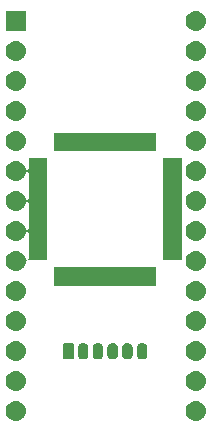
<source format=gbr>
G04 #@! TF.GenerationSoftware,KiCad,Pcbnew,(5.1.4)-1*
G04 #@! TF.CreationDate,2020-02-29T18:51:57+01:00*
G04 #@! TF.ProjectId,PLA_C64,504c415f-4336-4342-9e6b-696361645f70,rev?*
G04 #@! TF.SameCoordinates,Original*
G04 #@! TF.FileFunction,Soldermask,Top*
G04 #@! TF.FilePolarity,Negative*
%FSLAX46Y46*%
G04 Gerber Fmt 4.6, Leading zero omitted, Abs format (unit mm)*
G04 Created by KiCad (PCBNEW (5.1.4)-1) date 2020-02-29 18:51:57*
%MOMM*%
%LPD*%
G04 APERTURE LIST*
%ADD10C,0.100000*%
G04 APERTURE END LIST*
D10*
G36*
X32119123Y-48809913D02*
G01*
X32279542Y-48858576D01*
X32412206Y-48929486D01*
X32427378Y-48937596D01*
X32556959Y-49043941D01*
X32663304Y-49173522D01*
X32663305Y-49173524D01*
X32742324Y-49321358D01*
X32790987Y-49481777D01*
X32807417Y-49648600D01*
X32790987Y-49815423D01*
X32742324Y-49975842D01*
X32671414Y-50108506D01*
X32663304Y-50123678D01*
X32556959Y-50253259D01*
X32427378Y-50359604D01*
X32427376Y-50359605D01*
X32279542Y-50438624D01*
X32119123Y-50487287D01*
X31994104Y-50499600D01*
X31910496Y-50499600D01*
X31785477Y-50487287D01*
X31625058Y-50438624D01*
X31477224Y-50359605D01*
X31477222Y-50359604D01*
X31347641Y-50253259D01*
X31241296Y-50123678D01*
X31233186Y-50108506D01*
X31162276Y-49975842D01*
X31113613Y-49815423D01*
X31097183Y-49648600D01*
X31113613Y-49481777D01*
X31162276Y-49321358D01*
X31241295Y-49173524D01*
X31241296Y-49173522D01*
X31347641Y-49043941D01*
X31477222Y-48937596D01*
X31492394Y-48929486D01*
X31625058Y-48858576D01*
X31785477Y-48809913D01*
X31910496Y-48797600D01*
X31994104Y-48797600D01*
X32119123Y-48809913D01*
X32119123Y-48809913D01*
G37*
G36*
X16879123Y-48809913D02*
G01*
X17039542Y-48858576D01*
X17172206Y-48929486D01*
X17187378Y-48937596D01*
X17316959Y-49043941D01*
X17423304Y-49173522D01*
X17423305Y-49173524D01*
X17502324Y-49321358D01*
X17550987Y-49481777D01*
X17567417Y-49648600D01*
X17550987Y-49815423D01*
X17502324Y-49975842D01*
X17431414Y-50108506D01*
X17423304Y-50123678D01*
X17316959Y-50253259D01*
X17187378Y-50359604D01*
X17187376Y-50359605D01*
X17039542Y-50438624D01*
X16879123Y-50487287D01*
X16754104Y-50499600D01*
X16670496Y-50499600D01*
X16545477Y-50487287D01*
X16385058Y-50438624D01*
X16237224Y-50359605D01*
X16237222Y-50359604D01*
X16107641Y-50253259D01*
X16001296Y-50123678D01*
X15993186Y-50108506D01*
X15922276Y-49975842D01*
X15873613Y-49815423D01*
X15857183Y-49648600D01*
X15873613Y-49481777D01*
X15922276Y-49321358D01*
X16001295Y-49173524D01*
X16001296Y-49173522D01*
X16107641Y-49043941D01*
X16237222Y-48937596D01*
X16252394Y-48929486D01*
X16385058Y-48858576D01*
X16545477Y-48809913D01*
X16670496Y-48797600D01*
X16754104Y-48797600D01*
X16879123Y-48809913D01*
X16879123Y-48809913D01*
G37*
G36*
X16879123Y-46269913D02*
G01*
X17039542Y-46318576D01*
X17172206Y-46389486D01*
X17187378Y-46397596D01*
X17316959Y-46503941D01*
X17423304Y-46633522D01*
X17423305Y-46633524D01*
X17502324Y-46781358D01*
X17550987Y-46941777D01*
X17567417Y-47108600D01*
X17550987Y-47275423D01*
X17502324Y-47435842D01*
X17431414Y-47568506D01*
X17423304Y-47583678D01*
X17316959Y-47713259D01*
X17187378Y-47819604D01*
X17187376Y-47819605D01*
X17039542Y-47898624D01*
X16879123Y-47947287D01*
X16754104Y-47959600D01*
X16670496Y-47959600D01*
X16545477Y-47947287D01*
X16385058Y-47898624D01*
X16237224Y-47819605D01*
X16237222Y-47819604D01*
X16107641Y-47713259D01*
X16001296Y-47583678D01*
X15993186Y-47568506D01*
X15922276Y-47435842D01*
X15873613Y-47275423D01*
X15857183Y-47108600D01*
X15873613Y-46941777D01*
X15922276Y-46781358D01*
X16001295Y-46633524D01*
X16001296Y-46633522D01*
X16107641Y-46503941D01*
X16237222Y-46397596D01*
X16252394Y-46389486D01*
X16385058Y-46318576D01*
X16545477Y-46269913D01*
X16670496Y-46257600D01*
X16754104Y-46257600D01*
X16879123Y-46269913D01*
X16879123Y-46269913D01*
G37*
G36*
X32119123Y-46269913D02*
G01*
X32279542Y-46318576D01*
X32412206Y-46389486D01*
X32427378Y-46397596D01*
X32556959Y-46503941D01*
X32663304Y-46633522D01*
X32663305Y-46633524D01*
X32742324Y-46781358D01*
X32790987Y-46941777D01*
X32807417Y-47108600D01*
X32790987Y-47275423D01*
X32742324Y-47435842D01*
X32671414Y-47568506D01*
X32663304Y-47583678D01*
X32556959Y-47713259D01*
X32427378Y-47819604D01*
X32427376Y-47819605D01*
X32279542Y-47898624D01*
X32119123Y-47947287D01*
X31994104Y-47959600D01*
X31910496Y-47959600D01*
X31785477Y-47947287D01*
X31625058Y-47898624D01*
X31477224Y-47819605D01*
X31477222Y-47819604D01*
X31347641Y-47713259D01*
X31241296Y-47583678D01*
X31233186Y-47568506D01*
X31162276Y-47435842D01*
X31113613Y-47275423D01*
X31097183Y-47108600D01*
X31113613Y-46941777D01*
X31162276Y-46781358D01*
X31241295Y-46633524D01*
X31241296Y-46633522D01*
X31347641Y-46503941D01*
X31477222Y-46397596D01*
X31492394Y-46389486D01*
X31625058Y-46318576D01*
X31785477Y-46269913D01*
X31910496Y-46257600D01*
X31994104Y-46257600D01*
X32119123Y-46269913D01*
X32119123Y-46269913D01*
G37*
G36*
X32119123Y-43729913D02*
G01*
X32279542Y-43778576D01*
X32412206Y-43849486D01*
X32427378Y-43857596D01*
X32556959Y-43963941D01*
X32663304Y-44093522D01*
X32663305Y-44093524D01*
X32742324Y-44241358D01*
X32790987Y-44401777D01*
X32807417Y-44568600D01*
X32790987Y-44735423D01*
X32742324Y-44895842D01*
X32687759Y-44997925D01*
X32663304Y-45043678D01*
X32556959Y-45173259D01*
X32427378Y-45279604D01*
X32427376Y-45279605D01*
X32279542Y-45358624D01*
X32119123Y-45407287D01*
X31994104Y-45419600D01*
X31910496Y-45419600D01*
X31785477Y-45407287D01*
X31625058Y-45358624D01*
X31477224Y-45279605D01*
X31477222Y-45279604D01*
X31347641Y-45173259D01*
X31241296Y-45043678D01*
X31216841Y-44997925D01*
X31162276Y-44895842D01*
X31113613Y-44735423D01*
X31097183Y-44568600D01*
X31113613Y-44401777D01*
X31162276Y-44241358D01*
X31241295Y-44093524D01*
X31241296Y-44093522D01*
X31347641Y-43963941D01*
X31477222Y-43857596D01*
X31492394Y-43849486D01*
X31625058Y-43778576D01*
X31785477Y-43729913D01*
X31910496Y-43717600D01*
X31994104Y-43717600D01*
X32119123Y-43729913D01*
X32119123Y-43729913D01*
G37*
G36*
X16879123Y-43729913D02*
G01*
X17039542Y-43778576D01*
X17172206Y-43849486D01*
X17187378Y-43857596D01*
X17316959Y-43963941D01*
X17423304Y-44093522D01*
X17423305Y-44093524D01*
X17502324Y-44241358D01*
X17550987Y-44401777D01*
X17567417Y-44568600D01*
X17550987Y-44735423D01*
X17502324Y-44895842D01*
X17447759Y-44997925D01*
X17423304Y-45043678D01*
X17316959Y-45173259D01*
X17187378Y-45279604D01*
X17187376Y-45279605D01*
X17039542Y-45358624D01*
X16879123Y-45407287D01*
X16754104Y-45419600D01*
X16670496Y-45419600D01*
X16545477Y-45407287D01*
X16385058Y-45358624D01*
X16237224Y-45279605D01*
X16237222Y-45279604D01*
X16107641Y-45173259D01*
X16001296Y-45043678D01*
X15976841Y-44997925D01*
X15922276Y-44895842D01*
X15873613Y-44735423D01*
X15857183Y-44568600D01*
X15873613Y-44401777D01*
X15922276Y-44241358D01*
X16001295Y-44093524D01*
X16001296Y-44093522D01*
X16107641Y-43963941D01*
X16237222Y-43857596D01*
X16252394Y-43849486D01*
X16385058Y-43778576D01*
X16545477Y-43729913D01*
X16670496Y-43717600D01*
X16754104Y-43717600D01*
X16879123Y-43729913D01*
X16879123Y-43729913D01*
G37*
G36*
X22504209Y-43880025D02*
G01*
X22589225Y-43905814D01*
X22667574Y-43947693D01*
X22736249Y-44004052D01*
X22792607Y-44072725D01*
X22834486Y-44151074D01*
X22860275Y-44236090D01*
X22866800Y-44302342D01*
X22866800Y-44846658D01*
X22860275Y-44912910D01*
X22834486Y-44997926D01*
X22792607Y-45076275D01*
X22736249Y-45144949D01*
X22667575Y-45201307D01*
X22589226Y-45243186D01*
X22504210Y-45268975D01*
X22415800Y-45277682D01*
X22327391Y-45268975D01*
X22242375Y-45243186D01*
X22164026Y-45201307D01*
X22095352Y-45144949D01*
X22038995Y-45076276D01*
X21997113Y-44997923D01*
X21971325Y-44912910D01*
X21964800Y-44846658D01*
X21964800Y-44302343D01*
X21971325Y-44236091D01*
X21997114Y-44151075D01*
X22038993Y-44072726D01*
X22095352Y-44004051D01*
X22164025Y-43947693D01*
X22242374Y-43905814D01*
X22327390Y-43880025D01*
X22415800Y-43871318D01*
X22504209Y-43880025D01*
X22504209Y-43880025D01*
G37*
G36*
X25004209Y-43880025D02*
G01*
X25089225Y-43905814D01*
X25167574Y-43947693D01*
X25236249Y-44004052D01*
X25292607Y-44072725D01*
X25334486Y-44151074D01*
X25360275Y-44236090D01*
X25366800Y-44302342D01*
X25366800Y-44846658D01*
X25360275Y-44912910D01*
X25334486Y-44997926D01*
X25292607Y-45076275D01*
X25236249Y-45144949D01*
X25167575Y-45201307D01*
X25089226Y-45243186D01*
X25004210Y-45268975D01*
X24915800Y-45277682D01*
X24827391Y-45268975D01*
X24742375Y-45243186D01*
X24664026Y-45201307D01*
X24595352Y-45144949D01*
X24538995Y-45076276D01*
X24497113Y-44997923D01*
X24471325Y-44912910D01*
X24464800Y-44846658D01*
X24464800Y-44302343D01*
X24471325Y-44236091D01*
X24497114Y-44151075D01*
X24538993Y-44072726D01*
X24595352Y-44004051D01*
X24664025Y-43947693D01*
X24742374Y-43905814D01*
X24827390Y-43880025D01*
X24915800Y-43871318D01*
X25004209Y-43880025D01*
X25004209Y-43880025D01*
G37*
G36*
X26254209Y-43880025D02*
G01*
X26339225Y-43905814D01*
X26417574Y-43947693D01*
X26486249Y-44004052D01*
X26542607Y-44072725D01*
X26584486Y-44151074D01*
X26610275Y-44236090D01*
X26616800Y-44302342D01*
X26616800Y-44846658D01*
X26610275Y-44912910D01*
X26584486Y-44997926D01*
X26542607Y-45076275D01*
X26486249Y-45144949D01*
X26417575Y-45201307D01*
X26339226Y-45243186D01*
X26254210Y-45268975D01*
X26165800Y-45277682D01*
X26077391Y-45268975D01*
X25992375Y-45243186D01*
X25914026Y-45201307D01*
X25845352Y-45144949D01*
X25788995Y-45076276D01*
X25747113Y-44997923D01*
X25721325Y-44912910D01*
X25714800Y-44846658D01*
X25714800Y-44302343D01*
X25721325Y-44236091D01*
X25747114Y-44151075D01*
X25788993Y-44072726D01*
X25845352Y-44004051D01*
X25914025Y-43947693D01*
X25992374Y-43905814D01*
X26077390Y-43880025D01*
X26165800Y-43871318D01*
X26254209Y-43880025D01*
X26254209Y-43880025D01*
G37*
G36*
X27504209Y-43880025D02*
G01*
X27589225Y-43905814D01*
X27667574Y-43947693D01*
X27736249Y-44004052D01*
X27792607Y-44072725D01*
X27834486Y-44151074D01*
X27860275Y-44236090D01*
X27866800Y-44302342D01*
X27866800Y-44846658D01*
X27860275Y-44912910D01*
X27834486Y-44997926D01*
X27792607Y-45076275D01*
X27736249Y-45144949D01*
X27667575Y-45201307D01*
X27589226Y-45243186D01*
X27504210Y-45268975D01*
X27415800Y-45277682D01*
X27327391Y-45268975D01*
X27242375Y-45243186D01*
X27164026Y-45201307D01*
X27095352Y-45144949D01*
X27038995Y-45076276D01*
X26997113Y-44997923D01*
X26971325Y-44912910D01*
X26964800Y-44846658D01*
X26964800Y-44302343D01*
X26971325Y-44236091D01*
X26997114Y-44151075D01*
X27038993Y-44072726D01*
X27095352Y-44004051D01*
X27164025Y-43947693D01*
X27242374Y-43905814D01*
X27327390Y-43880025D01*
X27415800Y-43871318D01*
X27504209Y-43880025D01*
X27504209Y-43880025D01*
G37*
G36*
X23754209Y-43880025D02*
G01*
X23839225Y-43905814D01*
X23917574Y-43947693D01*
X23986249Y-44004052D01*
X24042607Y-44072725D01*
X24084486Y-44151074D01*
X24110275Y-44236090D01*
X24116800Y-44302342D01*
X24116800Y-44846658D01*
X24110275Y-44912910D01*
X24084486Y-44997926D01*
X24042607Y-45076275D01*
X23986249Y-45144949D01*
X23917575Y-45201307D01*
X23839226Y-45243186D01*
X23754210Y-45268975D01*
X23665800Y-45277682D01*
X23577391Y-45268975D01*
X23492375Y-45243186D01*
X23414026Y-45201307D01*
X23345352Y-45144949D01*
X23288995Y-45076276D01*
X23247113Y-44997923D01*
X23221325Y-44912910D01*
X23214800Y-44846658D01*
X23214800Y-44302343D01*
X23221325Y-44236091D01*
X23247114Y-44151075D01*
X23288993Y-44072726D01*
X23345352Y-44004051D01*
X23414025Y-43947693D01*
X23492374Y-43905814D01*
X23577390Y-43880025D01*
X23665800Y-43871318D01*
X23754209Y-43880025D01*
X23754209Y-43880025D01*
G37*
G36*
X21485483Y-43877225D02*
G01*
X21515943Y-43886466D01*
X21544023Y-43901474D01*
X21568631Y-43921669D01*
X21588826Y-43946277D01*
X21603834Y-43974357D01*
X21613075Y-44004817D01*
X21616800Y-44042640D01*
X21616800Y-45106360D01*
X21613075Y-45144183D01*
X21603834Y-45174643D01*
X21588826Y-45202723D01*
X21568631Y-45227331D01*
X21544023Y-45247526D01*
X21515943Y-45262534D01*
X21485483Y-45271775D01*
X21447660Y-45275500D01*
X20883940Y-45275500D01*
X20846117Y-45271775D01*
X20815657Y-45262534D01*
X20787577Y-45247526D01*
X20762969Y-45227331D01*
X20742774Y-45202723D01*
X20727766Y-45174643D01*
X20718525Y-45144183D01*
X20714800Y-45106360D01*
X20714800Y-44042640D01*
X20718525Y-44004817D01*
X20727766Y-43974357D01*
X20742774Y-43946277D01*
X20762969Y-43921669D01*
X20787577Y-43901474D01*
X20815657Y-43886466D01*
X20846117Y-43877225D01*
X20883940Y-43873500D01*
X21447660Y-43873500D01*
X21485483Y-43877225D01*
X21485483Y-43877225D01*
G37*
G36*
X32119123Y-41189913D02*
G01*
X32279542Y-41238576D01*
X32412206Y-41309486D01*
X32427378Y-41317596D01*
X32556959Y-41423941D01*
X32663304Y-41553522D01*
X32663305Y-41553524D01*
X32742324Y-41701358D01*
X32790987Y-41861777D01*
X32807417Y-42028600D01*
X32790987Y-42195423D01*
X32742324Y-42355842D01*
X32671414Y-42488506D01*
X32663304Y-42503678D01*
X32556959Y-42633259D01*
X32427378Y-42739604D01*
X32427376Y-42739605D01*
X32279542Y-42818624D01*
X32119123Y-42867287D01*
X31994104Y-42879600D01*
X31910496Y-42879600D01*
X31785477Y-42867287D01*
X31625058Y-42818624D01*
X31477224Y-42739605D01*
X31477222Y-42739604D01*
X31347641Y-42633259D01*
X31241296Y-42503678D01*
X31233186Y-42488506D01*
X31162276Y-42355842D01*
X31113613Y-42195423D01*
X31097183Y-42028600D01*
X31113613Y-41861777D01*
X31162276Y-41701358D01*
X31241295Y-41553524D01*
X31241296Y-41553522D01*
X31347641Y-41423941D01*
X31477222Y-41317596D01*
X31492394Y-41309486D01*
X31625058Y-41238576D01*
X31785477Y-41189913D01*
X31910496Y-41177600D01*
X31994104Y-41177600D01*
X32119123Y-41189913D01*
X32119123Y-41189913D01*
G37*
G36*
X16879123Y-41189913D02*
G01*
X17039542Y-41238576D01*
X17172206Y-41309486D01*
X17187378Y-41317596D01*
X17316959Y-41423941D01*
X17423304Y-41553522D01*
X17423305Y-41553524D01*
X17502324Y-41701358D01*
X17550987Y-41861777D01*
X17567417Y-42028600D01*
X17550987Y-42195423D01*
X17502324Y-42355842D01*
X17431414Y-42488506D01*
X17423304Y-42503678D01*
X17316959Y-42633259D01*
X17187378Y-42739604D01*
X17187376Y-42739605D01*
X17039542Y-42818624D01*
X16879123Y-42867287D01*
X16754104Y-42879600D01*
X16670496Y-42879600D01*
X16545477Y-42867287D01*
X16385058Y-42818624D01*
X16237224Y-42739605D01*
X16237222Y-42739604D01*
X16107641Y-42633259D01*
X16001296Y-42503678D01*
X15993186Y-42488506D01*
X15922276Y-42355842D01*
X15873613Y-42195423D01*
X15857183Y-42028600D01*
X15873613Y-41861777D01*
X15922276Y-41701358D01*
X16001295Y-41553524D01*
X16001296Y-41553522D01*
X16107641Y-41423941D01*
X16237222Y-41317596D01*
X16252394Y-41309486D01*
X16385058Y-41238576D01*
X16545477Y-41189913D01*
X16670496Y-41177600D01*
X16754104Y-41177600D01*
X16879123Y-41189913D01*
X16879123Y-41189913D01*
G37*
G36*
X16879123Y-38649913D02*
G01*
X17039542Y-38698576D01*
X17172206Y-38769486D01*
X17187378Y-38777596D01*
X17316959Y-38883941D01*
X17423304Y-39013522D01*
X17423305Y-39013524D01*
X17502324Y-39161358D01*
X17550987Y-39321777D01*
X17567417Y-39488600D01*
X17550987Y-39655423D01*
X17502324Y-39815842D01*
X17431414Y-39948506D01*
X17423304Y-39963678D01*
X17316959Y-40093259D01*
X17187378Y-40199604D01*
X17187376Y-40199605D01*
X17039542Y-40278624D01*
X16879123Y-40327287D01*
X16754104Y-40339600D01*
X16670496Y-40339600D01*
X16545477Y-40327287D01*
X16385058Y-40278624D01*
X16237224Y-40199605D01*
X16237222Y-40199604D01*
X16107641Y-40093259D01*
X16001296Y-39963678D01*
X15993186Y-39948506D01*
X15922276Y-39815842D01*
X15873613Y-39655423D01*
X15857183Y-39488600D01*
X15873613Y-39321777D01*
X15922276Y-39161358D01*
X16001295Y-39013524D01*
X16001296Y-39013522D01*
X16107641Y-38883941D01*
X16237222Y-38777596D01*
X16252394Y-38769486D01*
X16385058Y-38698576D01*
X16545477Y-38649913D01*
X16670496Y-38637600D01*
X16754104Y-38637600D01*
X16879123Y-38649913D01*
X16879123Y-38649913D01*
G37*
G36*
X32119123Y-38649913D02*
G01*
X32279542Y-38698576D01*
X32412206Y-38769486D01*
X32427378Y-38777596D01*
X32556959Y-38883941D01*
X32663304Y-39013522D01*
X32663305Y-39013524D01*
X32742324Y-39161358D01*
X32790987Y-39321777D01*
X32807417Y-39488600D01*
X32790987Y-39655423D01*
X32742324Y-39815842D01*
X32671414Y-39948506D01*
X32663304Y-39963678D01*
X32556959Y-40093259D01*
X32427378Y-40199604D01*
X32427376Y-40199605D01*
X32279542Y-40278624D01*
X32119123Y-40327287D01*
X31994104Y-40339600D01*
X31910496Y-40339600D01*
X31785477Y-40327287D01*
X31625058Y-40278624D01*
X31477224Y-40199605D01*
X31477222Y-40199604D01*
X31347641Y-40093259D01*
X31241296Y-39963678D01*
X31233186Y-39948506D01*
X31162276Y-39815842D01*
X31113613Y-39655423D01*
X31097183Y-39488600D01*
X31113613Y-39321777D01*
X31162276Y-39161358D01*
X31241295Y-39013524D01*
X31241296Y-39013522D01*
X31347641Y-38883941D01*
X31477222Y-38777596D01*
X31492394Y-38769486D01*
X31625058Y-38698576D01*
X31785477Y-38649913D01*
X31910496Y-38637600D01*
X31994104Y-38637600D01*
X32119123Y-38649913D01*
X32119123Y-38649913D01*
G37*
G36*
X28622100Y-39068900D02*
G01*
X19970100Y-39068900D01*
X19970100Y-37466900D01*
X28622100Y-37466900D01*
X28622100Y-39068900D01*
X28622100Y-39068900D01*
G37*
G36*
X19397100Y-36893900D02*
G01*
X17686097Y-36893900D01*
X17661711Y-36896302D01*
X17638262Y-36903415D01*
X17616651Y-36914966D01*
X17597709Y-36930511D01*
X17582164Y-36949453D01*
X17570613Y-36971064D01*
X17563500Y-36994513D01*
X17561700Y-37006647D01*
X17550987Y-37115423D01*
X17502324Y-37275842D01*
X17431414Y-37408506D01*
X17423304Y-37423678D01*
X17316959Y-37553259D01*
X17187378Y-37659604D01*
X17187376Y-37659605D01*
X17039542Y-37738624D01*
X16879123Y-37787287D01*
X16754104Y-37799600D01*
X16670496Y-37799600D01*
X16545477Y-37787287D01*
X16385058Y-37738624D01*
X16237224Y-37659605D01*
X16237222Y-37659604D01*
X16107641Y-37553259D01*
X16001296Y-37423678D01*
X15993186Y-37408506D01*
X15922276Y-37275842D01*
X15873613Y-37115423D01*
X15857183Y-36948600D01*
X15873613Y-36781777D01*
X15922276Y-36621358D01*
X16001295Y-36473524D01*
X16001296Y-36473522D01*
X16107641Y-36343941D01*
X16237222Y-36237596D01*
X16252394Y-36229486D01*
X16385058Y-36158576D01*
X16545477Y-36109913D01*
X16670496Y-36097600D01*
X16754104Y-36097600D01*
X16879123Y-36109913D01*
X17039542Y-36158576D01*
X17172206Y-36229486D01*
X17187378Y-36237596D01*
X17316959Y-36343941D01*
X17423304Y-36473522D01*
X17423305Y-36473524D01*
X17502324Y-36621358D01*
X17550484Y-36780119D01*
X17559862Y-36802758D01*
X17573476Y-36823133D01*
X17590803Y-36840460D01*
X17611177Y-36854073D01*
X17633816Y-36863451D01*
X17657849Y-36868231D01*
X17682353Y-36868231D01*
X17706386Y-36863451D01*
X17729025Y-36854073D01*
X17749400Y-36840459D01*
X17766727Y-36823132D01*
X17780340Y-36802758D01*
X17789718Y-36780119D01*
X17795100Y-36743834D01*
X17795100Y-34613366D01*
X17792698Y-34588980D01*
X17785585Y-34565531D01*
X17774034Y-34543920D01*
X17758489Y-34524978D01*
X17739547Y-34509433D01*
X17717936Y-34497882D01*
X17694487Y-34490769D01*
X17670101Y-34488367D01*
X17645715Y-34490769D01*
X17622266Y-34497882D01*
X17600655Y-34509433D01*
X17581713Y-34524978D01*
X17566168Y-34543920D01*
X17550484Y-34577081D01*
X17502324Y-34735842D01*
X17431414Y-34868506D01*
X17423304Y-34883678D01*
X17316959Y-35013259D01*
X17187378Y-35119604D01*
X17187376Y-35119605D01*
X17039542Y-35198624D01*
X16879123Y-35247287D01*
X16754104Y-35259600D01*
X16670496Y-35259600D01*
X16545477Y-35247287D01*
X16385058Y-35198624D01*
X16237224Y-35119605D01*
X16237222Y-35119604D01*
X16107641Y-35013259D01*
X16001296Y-34883678D01*
X15993186Y-34868506D01*
X15922276Y-34735842D01*
X15873613Y-34575423D01*
X15857183Y-34408600D01*
X15873613Y-34241777D01*
X15922276Y-34081358D01*
X16001295Y-33933524D01*
X16001296Y-33933522D01*
X16107641Y-33803941D01*
X16237222Y-33697596D01*
X16252394Y-33689486D01*
X16385058Y-33618576D01*
X16545477Y-33569913D01*
X16670496Y-33557600D01*
X16754104Y-33557600D01*
X16879123Y-33569913D01*
X17039542Y-33618576D01*
X17172206Y-33689486D01*
X17187378Y-33697596D01*
X17316959Y-33803941D01*
X17423304Y-33933522D01*
X17423305Y-33933524D01*
X17502324Y-34081358D01*
X17550484Y-34240119D01*
X17559862Y-34262758D01*
X17573476Y-34283133D01*
X17590803Y-34300460D01*
X17611177Y-34314073D01*
X17633816Y-34323451D01*
X17657849Y-34328231D01*
X17682353Y-34328231D01*
X17706386Y-34323451D01*
X17729025Y-34314073D01*
X17749400Y-34300459D01*
X17766727Y-34283132D01*
X17780340Y-34262758D01*
X17789718Y-34240119D01*
X17795100Y-34203834D01*
X17795100Y-32073366D01*
X17792698Y-32048980D01*
X17785585Y-32025531D01*
X17774034Y-32003920D01*
X17758489Y-31984978D01*
X17739547Y-31969433D01*
X17717936Y-31957882D01*
X17694487Y-31950769D01*
X17670101Y-31948367D01*
X17645715Y-31950769D01*
X17622266Y-31957882D01*
X17600655Y-31969433D01*
X17581713Y-31984978D01*
X17566168Y-32003920D01*
X17550484Y-32037081D01*
X17502324Y-32195842D01*
X17477705Y-32241900D01*
X17423304Y-32343678D01*
X17316959Y-32473259D01*
X17187378Y-32579604D01*
X17187376Y-32579605D01*
X17039542Y-32658624D01*
X16879123Y-32707287D01*
X16754104Y-32719600D01*
X16670496Y-32719600D01*
X16545477Y-32707287D01*
X16385058Y-32658624D01*
X16237224Y-32579605D01*
X16237222Y-32579604D01*
X16107641Y-32473259D01*
X16001296Y-32343678D01*
X15946895Y-32241900D01*
X15922276Y-32195842D01*
X15873613Y-32035423D01*
X15857183Y-31868600D01*
X15873613Y-31701777D01*
X15922276Y-31541358D01*
X16001295Y-31393524D01*
X16001296Y-31393522D01*
X16107641Y-31263941D01*
X16237222Y-31157596D01*
X16252394Y-31149486D01*
X16385058Y-31078576D01*
X16545477Y-31029913D01*
X16670496Y-31017600D01*
X16754104Y-31017600D01*
X16879123Y-31029913D01*
X17039542Y-31078576D01*
X17172206Y-31149486D01*
X17187378Y-31157596D01*
X17316959Y-31263941D01*
X17423304Y-31393522D01*
X17423305Y-31393524D01*
X17502324Y-31541358D01*
X17550484Y-31700119D01*
X17559862Y-31722758D01*
X17573476Y-31743133D01*
X17590803Y-31760460D01*
X17611177Y-31774073D01*
X17633816Y-31783451D01*
X17657849Y-31788231D01*
X17682353Y-31788231D01*
X17706386Y-31783451D01*
X17729025Y-31774073D01*
X17749400Y-31760459D01*
X17766727Y-31743132D01*
X17780340Y-31722758D01*
X17789718Y-31700119D01*
X17795100Y-31663834D01*
X17795100Y-29533366D01*
X17792698Y-29508980D01*
X17785585Y-29485531D01*
X17774034Y-29463920D01*
X17758489Y-29444978D01*
X17739547Y-29429433D01*
X17717936Y-29417882D01*
X17694487Y-29410769D01*
X17670101Y-29408367D01*
X17645715Y-29410769D01*
X17622266Y-29417882D01*
X17600655Y-29429433D01*
X17581713Y-29444978D01*
X17566168Y-29463920D01*
X17550484Y-29497081D01*
X17502324Y-29655842D01*
X17431414Y-29788506D01*
X17423304Y-29803678D01*
X17316959Y-29933259D01*
X17187378Y-30039604D01*
X17187376Y-30039605D01*
X17039542Y-30118624D01*
X16879123Y-30167287D01*
X16754104Y-30179600D01*
X16670496Y-30179600D01*
X16545477Y-30167287D01*
X16385058Y-30118624D01*
X16237224Y-30039605D01*
X16237222Y-30039604D01*
X16107641Y-29933259D01*
X16001296Y-29803678D01*
X15993186Y-29788506D01*
X15922276Y-29655842D01*
X15873613Y-29495423D01*
X15857183Y-29328600D01*
X15873613Y-29161777D01*
X15922276Y-29001358D01*
X16001295Y-28853524D01*
X16001296Y-28853522D01*
X16107641Y-28723941D01*
X16237222Y-28617596D01*
X16252394Y-28609486D01*
X16385058Y-28538576D01*
X16545477Y-28489913D01*
X16670496Y-28477600D01*
X16754104Y-28477600D01*
X16879123Y-28489913D01*
X17039542Y-28538576D01*
X17172206Y-28609486D01*
X17187378Y-28617596D01*
X17316959Y-28723941D01*
X17423304Y-28853522D01*
X17423305Y-28853524D01*
X17502324Y-29001358D01*
X17550484Y-29160119D01*
X17559862Y-29182758D01*
X17573476Y-29203133D01*
X17590803Y-29220460D01*
X17611177Y-29234073D01*
X17633816Y-29243451D01*
X17657849Y-29248231D01*
X17682353Y-29248231D01*
X17706386Y-29243451D01*
X17729025Y-29234073D01*
X17749400Y-29220459D01*
X17766727Y-29203132D01*
X17780340Y-29182758D01*
X17789718Y-29160119D01*
X17795100Y-29123834D01*
X17795100Y-28241900D01*
X19397100Y-28241900D01*
X19397100Y-36893900D01*
X19397100Y-36893900D01*
G37*
G36*
X32119123Y-36109913D02*
G01*
X32279542Y-36158576D01*
X32412206Y-36229486D01*
X32427378Y-36237596D01*
X32556959Y-36343941D01*
X32663304Y-36473522D01*
X32663305Y-36473524D01*
X32742324Y-36621358D01*
X32790987Y-36781777D01*
X32807417Y-36948600D01*
X32790987Y-37115423D01*
X32742324Y-37275842D01*
X32671414Y-37408506D01*
X32663304Y-37423678D01*
X32556959Y-37553259D01*
X32427378Y-37659604D01*
X32427376Y-37659605D01*
X32279542Y-37738624D01*
X32119123Y-37787287D01*
X31994104Y-37799600D01*
X31910496Y-37799600D01*
X31785477Y-37787287D01*
X31625058Y-37738624D01*
X31477224Y-37659605D01*
X31477222Y-37659604D01*
X31347641Y-37553259D01*
X31241296Y-37423678D01*
X31233186Y-37408506D01*
X31162276Y-37275842D01*
X31113613Y-37115423D01*
X31097183Y-36948600D01*
X31113613Y-36781777D01*
X31162276Y-36621358D01*
X31241295Y-36473524D01*
X31241296Y-36473522D01*
X31347641Y-36343941D01*
X31477222Y-36237596D01*
X31492394Y-36229486D01*
X31625058Y-36158576D01*
X31785477Y-36109913D01*
X31910496Y-36097600D01*
X31994104Y-36097600D01*
X32119123Y-36109913D01*
X32119123Y-36109913D01*
G37*
G36*
X30797100Y-36893900D02*
G01*
X29195100Y-36893900D01*
X29195100Y-28241900D01*
X30797100Y-28241900D01*
X30797100Y-36893900D01*
X30797100Y-36893900D01*
G37*
G36*
X32119123Y-33569913D02*
G01*
X32279542Y-33618576D01*
X32412206Y-33689486D01*
X32427378Y-33697596D01*
X32556959Y-33803941D01*
X32663304Y-33933522D01*
X32663305Y-33933524D01*
X32742324Y-34081358D01*
X32790987Y-34241777D01*
X32807417Y-34408600D01*
X32790987Y-34575423D01*
X32742324Y-34735842D01*
X32671414Y-34868506D01*
X32663304Y-34883678D01*
X32556959Y-35013259D01*
X32427378Y-35119604D01*
X32427376Y-35119605D01*
X32279542Y-35198624D01*
X32119123Y-35247287D01*
X31994104Y-35259600D01*
X31910496Y-35259600D01*
X31785477Y-35247287D01*
X31625058Y-35198624D01*
X31477224Y-35119605D01*
X31477222Y-35119604D01*
X31347641Y-35013259D01*
X31241296Y-34883678D01*
X31233186Y-34868506D01*
X31162276Y-34735842D01*
X31113613Y-34575423D01*
X31097183Y-34408600D01*
X31113613Y-34241777D01*
X31162276Y-34081358D01*
X31241295Y-33933524D01*
X31241296Y-33933522D01*
X31347641Y-33803941D01*
X31477222Y-33697596D01*
X31492394Y-33689486D01*
X31625058Y-33618576D01*
X31785477Y-33569913D01*
X31910496Y-33557600D01*
X31994104Y-33557600D01*
X32119123Y-33569913D01*
X32119123Y-33569913D01*
G37*
G36*
X32119123Y-31029913D02*
G01*
X32279542Y-31078576D01*
X32412206Y-31149486D01*
X32427378Y-31157596D01*
X32556959Y-31263941D01*
X32663304Y-31393522D01*
X32663305Y-31393524D01*
X32742324Y-31541358D01*
X32790987Y-31701777D01*
X32807417Y-31868600D01*
X32790987Y-32035423D01*
X32742324Y-32195842D01*
X32717705Y-32241900D01*
X32663304Y-32343678D01*
X32556959Y-32473259D01*
X32427378Y-32579604D01*
X32427376Y-32579605D01*
X32279542Y-32658624D01*
X32119123Y-32707287D01*
X31994104Y-32719600D01*
X31910496Y-32719600D01*
X31785477Y-32707287D01*
X31625058Y-32658624D01*
X31477224Y-32579605D01*
X31477222Y-32579604D01*
X31347641Y-32473259D01*
X31241296Y-32343678D01*
X31186895Y-32241900D01*
X31162276Y-32195842D01*
X31113613Y-32035423D01*
X31097183Y-31868600D01*
X31113613Y-31701777D01*
X31162276Y-31541358D01*
X31241295Y-31393524D01*
X31241296Y-31393522D01*
X31347641Y-31263941D01*
X31477222Y-31157596D01*
X31492394Y-31149486D01*
X31625058Y-31078576D01*
X31785477Y-31029913D01*
X31910496Y-31017600D01*
X31994104Y-31017600D01*
X32119123Y-31029913D01*
X32119123Y-31029913D01*
G37*
G36*
X32119123Y-28489913D02*
G01*
X32279542Y-28538576D01*
X32412206Y-28609486D01*
X32427378Y-28617596D01*
X32556959Y-28723941D01*
X32663304Y-28853522D01*
X32663305Y-28853524D01*
X32742324Y-29001358D01*
X32790987Y-29161777D01*
X32807417Y-29328600D01*
X32790987Y-29495423D01*
X32742324Y-29655842D01*
X32671414Y-29788506D01*
X32663304Y-29803678D01*
X32556959Y-29933259D01*
X32427378Y-30039604D01*
X32427376Y-30039605D01*
X32279542Y-30118624D01*
X32119123Y-30167287D01*
X31994104Y-30179600D01*
X31910496Y-30179600D01*
X31785477Y-30167287D01*
X31625058Y-30118624D01*
X31477224Y-30039605D01*
X31477222Y-30039604D01*
X31347641Y-29933259D01*
X31241296Y-29803678D01*
X31233186Y-29788506D01*
X31162276Y-29655842D01*
X31113613Y-29495423D01*
X31097183Y-29328600D01*
X31113613Y-29161777D01*
X31162276Y-29001358D01*
X31241295Y-28853524D01*
X31241296Y-28853522D01*
X31347641Y-28723941D01*
X31477222Y-28617596D01*
X31492394Y-28609486D01*
X31625058Y-28538576D01*
X31785477Y-28489913D01*
X31910496Y-28477600D01*
X31994104Y-28477600D01*
X32119123Y-28489913D01*
X32119123Y-28489913D01*
G37*
G36*
X28622100Y-27668900D02*
G01*
X19970100Y-27668900D01*
X19970100Y-26066900D01*
X28622100Y-26066900D01*
X28622100Y-27668900D01*
X28622100Y-27668900D01*
G37*
G36*
X16879123Y-25949913D02*
G01*
X17039542Y-25998576D01*
X17167367Y-26066900D01*
X17187378Y-26077596D01*
X17316959Y-26183941D01*
X17423304Y-26313522D01*
X17423305Y-26313524D01*
X17502324Y-26461358D01*
X17550987Y-26621777D01*
X17567417Y-26788600D01*
X17550987Y-26955423D01*
X17502324Y-27115842D01*
X17431414Y-27248506D01*
X17423304Y-27263678D01*
X17316959Y-27393259D01*
X17187378Y-27499604D01*
X17187376Y-27499605D01*
X17039542Y-27578624D01*
X16879123Y-27627287D01*
X16754104Y-27639600D01*
X16670496Y-27639600D01*
X16545477Y-27627287D01*
X16385058Y-27578624D01*
X16237224Y-27499605D01*
X16237222Y-27499604D01*
X16107641Y-27393259D01*
X16001296Y-27263678D01*
X15993186Y-27248506D01*
X15922276Y-27115842D01*
X15873613Y-26955423D01*
X15857183Y-26788600D01*
X15873613Y-26621777D01*
X15922276Y-26461358D01*
X16001295Y-26313524D01*
X16001296Y-26313522D01*
X16107641Y-26183941D01*
X16237222Y-26077596D01*
X16257233Y-26066900D01*
X16385058Y-25998576D01*
X16545477Y-25949913D01*
X16670496Y-25937600D01*
X16754104Y-25937600D01*
X16879123Y-25949913D01*
X16879123Y-25949913D01*
G37*
G36*
X32119123Y-25949913D02*
G01*
X32279542Y-25998576D01*
X32407367Y-26066900D01*
X32427378Y-26077596D01*
X32556959Y-26183941D01*
X32663304Y-26313522D01*
X32663305Y-26313524D01*
X32742324Y-26461358D01*
X32790987Y-26621777D01*
X32807417Y-26788600D01*
X32790987Y-26955423D01*
X32742324Y-27115842D01*
X32671414Y-27248506D01*
X32663304Y-27263678D01*
X32556959Y-27393259D01*
X32427378Y-27499604D01*
X32427376Y-27499605D01*
X32279542Y-27578624D01*
X32119123Y-27627287D01*
X31994104Y-27639600D01*
X31910496Y-27639600D01*
X31785477Y-27627287D01*
X31625058Y-27578624D01*
X31477224Y-27499605D01*
X31477222Y-27499604D01*
X31347641Y-27393259D01*
X31241296Y-27263678D01*
X31233186Y-27248506D01*
X31162276Y-27115842D01*
X31113613Y-26955423D01*
X31097183Y-26788600D01*
X31113613Y-26621777D01*
X31162276Y-26461358D01*
X31241295Y-26313524D01*
X31241296Y-26313522D01*
X31347641Y-26183941D01*
X31477222Y-26077596D01*
X31497233Y-26066900D01*
X31625058Y-25998576D01*
X31785477Y-25949913D01*
X31910496Y-25937600D01*
X31994104Y-25937600D01*
X32119123Y-25949913D01*
X32119123Y-25949913D01*
G37*
G36*
X16879123Y-23409913D02*
G01*
X17039542Y-23458576D01*
X17172206Y-23529486D01*
X17187378Y-23537596D01*
X17316959Y-23643941D01*
X17423304Y-23773522D01*
X17423305Y-23773524D01*
X17502324Y-23921358D01*
X17550987Y-24081777D01*
X17567417Y-24248600D01*
X17550987Y-24415423D01*
X17502324Y-24575842D01*
X17431414Y-24708506D01*
X17423304Y-24723678D01*
X17316959Y-24853259D01*
X17187378Y-24959604D01*
X17187376Y-24959605D01*
X17039542Y-25038624D01*
X16879123Y-25087287D01*
X16754104Y-25099600D01*
X16670496Y-25099600D01*
X16545477Y-25087287D01*
X16385058Y-25038624D01*
X16237224Y-24959605D01*
X16237222Y-24959604D01*
X16107641Y-24853259D01*
X16001296Y-24723678D01*
X15993186Y-24708506D01*
X15922276Y-24575842D01*
X15873613Y-24415423D01*
X15857183Y-24248600D01*
X15873613Y-24081777D01*
X15922276Y-23921358D01*
X16001295Y-23773524D01*
X16001296Y-23773522D01*
X16107641Y-23643941D01*
X16237222Y-23537596D01*
X16252394Y-23529486D01*
X16385058Y-23458576D01*
X16545477Y-23409913D01*
X16670496Y-23397600D01*
X16754104Y-23397600D01*
X16879123Y-23409913D01*
X16879123Y-23409913D01*
G37*
G36*
X32119123Y-23409913D02*
G01*
X32279542Y-23458576D01*
X32412206Y-23529486D01*
X32427378Y-23537596D01*
X32556959Y-23643941D01*
X32663304Y-23773522D01*
X32663305Y-23773524D01*
X32742324Y-23921358D01*
X32790987Y-24081777D01*
X32807417Y-24248600D01*
X32790987Y-24415423D01*
X32742324Y-24575842D01*
X32671414Y-24708506D01*
X32663304Y-24723678D01*
X32556959Y-24853259D01*
X32427378Y-24959604D01*
X32427376Y-24959605D01*
X32279542Y-25038624D01*
X32119123Y-25087287D01*
X31994104Y-25099600D01*
X31910496Y-25099600D01*
X31785477Y-25087287D01*
X31625058Y-25038624D01*
X31477224Y-24959605D01*
X31477222Y-24959604D01*
X31347641Y-24853259D01*
X31241296Y-24723678D01*
X31233186Y-24708506D01*
X31162276Y-24575842D01*
X31113613Y-24415423D01*
X31097183Y-24248600D01*
X31113613Y-24081777D01*
X31162276Y-23921358D01*
X31241295Y-23773524D01*
X31241296Y-23773522D01*
X31347641Y-23643941D01*
X31477222Y-23537596D01*
X31492394Y-23529486D01*
X31625058Y-23458576D01*
X31785477Y-23409913D01*
X31910496Y-23397600D01*
X31994104Y-23397600D01*
X32119123Y-23409913D01*
X32119123Y-23409913D01*
G37*
G36*
X16879123Y-20869913D02*
G01*
X17039542Y-20918576D01*
X17172206Y-20989486D01*
X17187378Y-20997596D01*
X17316959Y-21103941D01*
X17423304Y-21233522D01*
X17423305Y-21233524D01*
X17502324Y-21381358D01*
X17550987Y-21541777D01*
X17567417Y-21708600D01*
X17550987Y-21875423D01*
X17502324Y-22035842D01*
X17431414Y-22168506D01*
X17423304Y-22183678D01*
X17316959Y-22313259D01*
X17187378Y-22419604D01*
X17187376Y-22419605D01*
X17039542Y-22498624D01*
X16879123Y-22547287D01*
X16754104Y-22559600D01*
X16670496Y-22559600D01*
X16545477Y-22547287D01*
X16385058Y-22498624D01*
X16237224Y-22419605D01*
X16237222Y-22419604D01*
X16107641Y-22313259D01*
X16001296Y-22183678D01*
X15993186Y-22168506D01*
X15922276Y-22035842D01*
X15873613Y-21875423D01*
X15857183Y-21708600D01*
X15873613Y-21541777D01*
X15922276Y-21381358D01*
X16001295Y-21233524D01*
X16001296Y-21233522D01*
X16107641Y-21103941D01*
X16237222Y-20997596D01*
X16252394Y-20989486D01*
X16385058Y-20918576D01*
X16545477Y-20869913D01*
X16670496Y-20857600D01*
X16754104Y-20857600D01*
X16879123Y-20869913D01*
X16879123Y-20869913D01*
G37*
G36*
X32119123Y-20869913D02*
G01*
X32279542Y-20918576D01*
X32412206Y-20989486D01*
X32427378Y-20997596D01*
X32556959Y-21103941D01*
X32663304Y-21233522D01*
X32663305Y-21233524D01*
X32742324Y-21381358D01*
X32790987Y-21541777D01*
X32807417Y-21708600D01*
X32790987Y-21875423D01*
X32742324Y-22035842D01*
X32671414Y-22168506D01*
X32663304Y-22183678D01*
X32556959Y-22313259D01*
X32427378Y-22419604D01*
X32427376Y-22419605D01*
X32279542Y-22498624D01*
X32119123Y-22547287D01*
X31994104Y-22559600D01*
X31910496Y-22559600D01*
X31785477Y-22547287D01*
X31625058Y-22498624D01*
X31477224Y-22419605D01*
X31477222Y-22419604D01*
X31347641Y-22313259D01*
X31241296Y-22183678D01*
X31233186Y-22168506D01*
X31162276Y-22035842D01*
X31113613Y-21875423D01*
X31097183Y-21708600D01*
X31113613Y-21541777D01*
X31162276Y-21381358D01*
X31241295Y-21233524D01*
X31241296Y-21233522D01*
X31347641Y-21103941D01*
X31477222Y-20997596D01*
X31492394Y-20989486D01*
X31625058Y-20918576D01*
X31785477Y-20869913D01*
X31910496Y-20857600D01*
X31994104Y-20857600D01*
X32119123Y-20869913D01*
X32119123Y-20869913D01*
G37*
G36*
X16879123Y-18329913D02*
G01*
X17039542Y-18378576D01*
X17172206Y-18449486D01*
X17187378Y-18457596D01*
X17316959Y-18563941D01*
X17423304Y-18693522D01*
X17423305Y-18693524D01*
X17502324Y-18841358D01*
X17550987Y-19001777D01*
X17567417Y-19168600D01*
X17550987Y-19335423D01*
X17502324Y-19495842D01*
X17431414Y-19628506D01*
X17423304Y-19643678D01*
X17316959Y-19773259D01*
X17187378Y-19879604D01*
X17187376Y-19879605D01*
X17039542Y-19958624D01*
X16879123Y-20007287D01*
X16754104Y-20019600D01*
X16670496Y-20019600D01*
X16545477Y-20007287D01*
X16385058Y-19958624D01*
X16237224Y-19879605D01*
X16237222Y-19879604D01*
X16107641Y-19773259D01*
X16001296Y-19643678D01*
X15993186Y-19628506D01*
X15922276Y-19495842D01*
X15873613Y-19335423D01*
X15857183Y-19168600D01*
X15873613Y-19001777D01*
X15922276Y-18841358D01*
X16001295Y-18693524D01*
X16001296Y-18693522D01*
X16107641Y-18563941D01*
X16237222Y-18457596D01*
X16252394Y-18449486D01*
X16385058Y-18378576D01*
X16545477Y-18329913D01*
X16670496Y-18317600D01*
X16754104Y-18317600D01*
X16879123Y-18329913D01*
X16879123Y-18329913D01*
G37*
G36*
X32119123Y-18329913D02*
G01*
X32279542Y-18378576D01*
X32412206Y-18449486D01*
X32427378Y-18457596D01*
X32556959Y-18563941D01*
X32663304Y-18693522D01*
X32663305Y-18693524D01*
X32742324Y-18841358D01*
X32790987Y-19001777D01*
X32807417Y-19168600D01*
X32790987Y-19335423D01*
X32742324Y-19495842D01*
X32671414Y-19628506D01*
X32663304Y-19643678D01*
X32556959Y-19773259D01*
X32427378Y-19879604D01*
X32427376Y-19879605D01*
X32279542Y-19958624D01*
X32119123Y-20007287D01*
X31994104Y-20019600D01*
X31910496Y-20019600D01*
X31785477Y-20007287D01*
X31625058Y-19958624D01*
X31477224Y-19879605D01*
X31477222Y-19879604D01*
X31347641Y-19773259D01*
X31241296Y-19643678D01*
X31233186Y-19628506D01*
X31162276Y-19495842D01*
X31113613Y-19335423D01*
X31097183Y-19168600D01*
X31113613Y-19001777D01*
X31162276Y-18841358D01*
X31241295Y-18693524D01*
X31241296Y-18693522D01*
X31347641Y-18563941D01*
X31477222Y-18457596D01*
X31492394Y-18449486D01*
X31625058Y-18378576D01*
X31785477Y-18329913D01*
X31910496Y-18317600D01*
X31994104Y-18317600D01*
X32119123Y-18329913D01*
X32119123Y-18329913D01*
G37*
G36*
X17563300Y-17479600D02*
G01*
X15861300Y-17479600D01*
X15861300Y-15777600D01*
X17563300Y-15777600D01*
X17563300Y-17479600D01*
X17563300Y-17479600D01*
G37*
G36*
X32119123Y-15789913D02*
G01*
X32279542Y-15838576D01*
X32412206Y-15909486D01*
X32427378Y-15917596D01*
X32556959Y-16023941D01*
X32663304Y-16153522D01*
X32663305Y-16153524D01*
X32742324Y-16301358D01*
X32790987Y-16461777D01*
X32807417Y-16628600D01*
X32790987Y-16795423D01*
X32742324Y-16955842D01*
X32671414Y-17088506D01*
X32663304Y-17103678D01*
X32556959Y-17233259D01*
X32427378Y-17339604D01*
X32427376Y-17339605D01*
X32279542Y-17418624D01*
X32119123Y-17467287D01*
X31994104Y-17479600D01*
X31910496Y-17479600D01*
X31785477Y-17467287D01*
X31625058Y-17418624D01*
X31477224Y-17339605D01*
X31477222Y-17339604D01*
X31347641Y-17233259D01*
X31241296Y-17103678D01*
X31233186Y-17088506D01*
X31162276Y-16955842D01*
X31113613Y-16795423D01*
X31097183Y-16628600D01*
X31113613Y-16461777D01*
X31162276Y-16301358D01*
X31241295Y-16153524D01*
X31241296Y-16153522D01*
X31347641Y-16023941D01*
X31477222Y-15917596D01*
X31492394Y-15909486D01*
X31625058Y-15838576D01*
X31785477Y-15789913D01*
X31910496Y-15777600D01*
X31994104Y-15777600D01*
X32119123Y-15789913D01*
X32119123Y-15789913D01*
G37*
M02*

</source>
